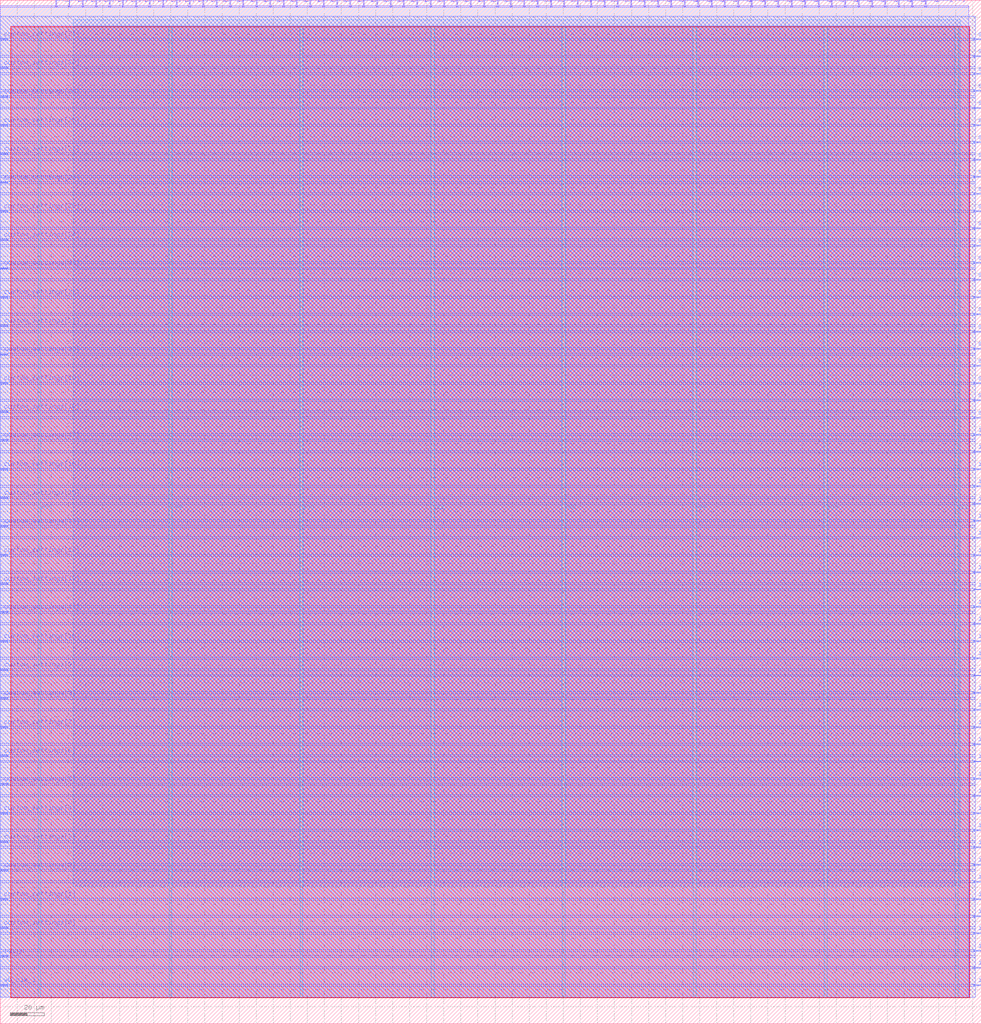
<source format=lef>
VERSION 5.7 ;
  NOWIREEXTENSIONATPIN ON ;
  DIVIDERCHAR "/" ;
  BUSBITCHARS "[]" ;
MACRO wrapped_qcpu
  CLASS BLOCK ;
  FOREIGN wrapped_qcpu ;
  ORIGIN 0.000 0.000 ;
  SIZE 575.000 BY 600.000 ;
  PIN custom_settings[0]
    DIRECTION INPUT ;
    USE SIGNAL ;
    PORT
      LAYER Metal3 ;
        RECT 0.000 56.000 4.000 56.560 ;
    END
  END custom_settings[0]
  PIN custom_settings[10]
    DIRECTION INPUT ;
    USE SIGNAL ;
    PORT
      LAYER Metal3 ;
        RECT 0.000 224.000 4.000 224.560 ;
    END
  END custom_settings[10]
  PIN custom_settings[11]
    DIRECTION INPUT ;
    USE SIGNAL ;
    PORT
      LAYER Metal3 ;
        RECT 0.000 240.800 4.000 241.360 ;
    END
  END custom_settings[11]
  PIN custom_settings[12]
    DIRECTION INPUT ;
    USE SIGNAL ;
    PORT
      LAYER Metal3 ;
        RECT 0.000 257.600 4.000 258.160 ;
    END
  END custom_settings[12]
  PIN custom_settings[13]
    DIRECTION INPUT ;
    USE SIGNAL ;
    PORT
      LAYER Metal3 ;
        RECT 0.000 274.400 4.000 274.960 ;
    END
  END custom_settings[13]
  PIN custom_settings[14]
    DIRECTION INPUT ;
    USE SIGNAL ;
    PORT
      LAYER Metal3 ;
        RECT 0.000 291.200 4.000 291.760 ;
    END
  END custom_settings[14]
  PIN custom_settings[15]
    DIRECTION INPUT ;
    USE SIGNAL ;
    PORT
      LAYER Metal3 ;
        RECT 0.000 308.000 4.000 308.560 ;
    END
  END custom_settings[15]
  PIN custom_settings[16]
    DIRECTION INPUT ;
    USE SIGNAL ;
    PORT
      LAYER Metal3 ;
        RECT 0.000 324.800 4.000 325.360 ;
    END
  END custom_settings[16]
  PIN custom_settings[17]
    DIRECTION INPUT ;
    USE SIGNAL ;
    PORT
      LAYER Metal3 ;
        RECT 0.000 341.600 4.000 342.160 ;
    END
  END custom_settings[17]
  PIN custom_settings[18]
    DIRECTION INPUT ;
    USE SIGNAL ;
    PORT
      LAYER Metal3 ;
        RECT 0.000 358.400 4.000 358.960 ;
    END
  END custom_settings[18]
  PIN custom_settings[19]
    DIRECTION INPUT ;
    USE SIGNAL ;
    PORT
      LAYER Metal3 ;
        RECT 0.000 375.200 4.000 375.760 ;
    END
  END custom_settings[19]
  PIN custom_settings[1]
    DIRECTION INPUT ;
    USE SIGNAL ;
    PORT
      LAYER Metal3 ;
        RECT 0.000 72.800 4.000 73.360 ;
    END
  END custom_settings[1]
  PIN custom_settings[20]
    DIRECTION INPUT ;
    USE SIGNAL ;
    PORT
      LAYER Metal3 ;
        RECT 0.000 392.000 4.000 392.560 ;
    END
  END custom_settings[20]
  PIN custom_settings[21]
    DIRECTION INPUT ;
    USE SIGNAL ;
    PORT
      LAYER Metal3 ;
        RECT 0.000 408.800 4.000 409.360 ;
    END
  END custom_settings[21]
  PIN custom_settings[22]
    DIRECTION INPUT ;
    USE SIGNAL ;
    PORT
      LAYER Metal3 ;
        RECT 0.000 425.600 4.000 426.160 ;
    END
  END custom_settings[22]
  PIN custom_settings[23]
    DIRECTION INPUT ;
    USE SIGNAL ;
    PORT
      LAYER Metal3 ;
        RECT 0.000 442.400 4.000 442.960 ;
    END
  END custom_settings[23]
  PIN custom_settings[24]
    DIRECTION INPUT ;
    USE SIGNAL ;
    PORT
      LAYER Metal3 ;
        RECT 0.000 459.200 4.000 459.760 ;
    END
  END custom_settings[24]
  PIN custom_settings[25]
    DIRECTION INPUT ;
    USE SIGNAL ;
    PORT
      LAYER Metal3 ;
        RECT 0.000 476.000 4.000 476.560 ;
    END
  END custom_settings[25]
  PIN custom_settings[26]
    DIRECTION INPUT ;
    USE SIGNAL ;
    PORT
      LAYER Metal3 ;
        RECT 0.000 492.800 4.000 493.360 ;
    END
  END custom_settings[26]
  PIN custom_settings[27]
    DIRECTION INPUT ;
    USE SIGNAL ;
    PORT
      LAYER Metal3 ;
        RECT 0.000 509.600 4.000 510.160 ;
    END
  END custom_settings[27]
  PIN custom_settings[28]
    DIRECTION INPUT ;
    USE SIGNAL ;
    PORT
      LAYER Metal3 ;
        RECT 0.000 526.400 4.000 526.960 ;
    END
  END custom_settings[28]
  PIN custom_settings[29]
    DIRECTION INPUT ;
    USE SIGNAL ;
    PORT
      LAYER Metal3 ;
        RECT 0.000 543.200 4.000 543.760 ;
    END
  END custom_settings[29]
  PIN custom_settings[2]
    DIRECTION INPUT ;
    USE SIGNAL ;
    PORT
      LAYER Metal3 ;
        RECT 0.000 89.600 4.000 90.160 ;
    END
  END custom_settings[2]
  PIN custom_settings[30]
    DIRECTION INPUT ;
    USE SIGNAL ;
    PORT
      LAYER Metal3 ;
        RECT 0.000 560.000 4.000 560.560 ;
    END
  END custom_settings[30]
  PIN custom_settings[31]
    DIRECTION INPUT ;
    USE SIGNAL ;
    PORT
      LAYER Metal3 ;
        RECT 0.000 576.800 4.000 577.360 ;
    END
  END custom_settings[31]
  PIN custom_settings[3]
    DIRECTION INPUT ;
    USE SIGNAL ;
    PORT
      LAYER Metal3 ;
        RECT 0.000 106.400 4.000 106.960 ;
    END
  END custom_settings[3]
  PIN custom_settings[4]
    DIRECTION INPUT ;
    USE SIGNAL ;
    PORT
      LAYER Metal3 ;
        RECT 0.000 123.200 4.000 123.760 ;
    END
  END custom_settings[4]
  PIN custom_settings[5]
    DIRECTION INPUT ;
    USE SIGNAL ;
    PORT
      LAYER Metal3 ;
        RECT 0.000 140.000 4.000 140.560 ;
    END
  END custom_settings[5]
  PIN custom_settings[6]
    DIRECTION INPUT ;
    USE SIGNAL ;
    PORT
      LAYER Metal3 ;
        RECT 0.000 156.800 4.000 157.360 ;
    END
  END custom_settings[6]
  PIN custom_settings[7]
    DIRECTION INPUT ;
    USE SIGNAL ;
    PORT
      LAYER Metal3 ;
        RECT 0.000 173.600 4.000 174.160 ;
    END
  END custom_settings[7]
  PIN custom_settings[8]
    DIRECTION INPUT ;
    USE SIGNAL ;
    PORT
      LAYER Metal3 ;
        RECT 0.000 190.400 4.000 190.960 ;
    END
  END custom_settings[8]
  PIN custom_settings[9]
    DIRECTION INPUT ;
    USE SIGNAL ;
    PORT
      LAYER Metal3 ;
        RECT 0.000 207.200 4.000 207.760 ;
    END
  END custom_settings[9]
  PIN io_in[0]
    DIRECTION INPUT ;
    USE SIGNAL ;
    ANTENNAGATEAREA 0.666400 ;
    ANTENNADIFFAREA 0.438500 ;
    PORT
      LAYER Metal2 ;
        RECT 32.480 596.000 33.040 600.000 ;
    END
  END io_in[0]
  PIN io_in[10]
    DIRECTION INPUT ;
    USE SIGNAL ;
    ANTENNAGATEAREA 0.666400 ;
    ANTENNADIFFAREA 0.438500 ;
    PORT
      LAYER Metal2 ;
        RECT 110.880 596.000 111.440 600.000 ;
    END
  END io_in[10]
  PIN io_in[11]
    DIRECTION INPUT ;
    USE SIGNAL ;
    ANTENNAGATEAREA 0.666400 ;
    ANTENNADIFFAREA 0.438500 ;
    PORT
      LAYER Metal2 ;
        RECT 118.720 596.000 119.280 600.000 ;
    END
  END io_in[11]
  PIN io_in[12]
    DIRECTION INPUT ;
    USE SIGNAL ;
    ANTENNAGATEAREA 0.666400 ;
    ANTENNADIFFAREA 0.438500 ;
    PORT
      LAYER Metal2 ;
        RECT 126.560 596.000 127.120 600.000 ;
    END
  END io_in[12]
  PIN io_in[13]
    DIRECTION INPUT ;
    USE SIGNAL ;
    ANTENNAGATEAREA 0.666400 ;
    ANTENNADIFFAREA 0.438500 ;
    PORT
      LAYER Metal2 ;
        RECT 134.400 596.000 134.960 600.000 ;
    END
  END io_in[13]
  PIN io_in[14]
    DIRECTION INPUT ;
    USE SIGNAL ;
    ANTENNAGATEAREA 0.666400 ;
    ANTENNADIFFAREA 0.438500 ;
    PORT
      LAYER Metal2 ;
        RECT 142.240 596.000 142.800 600.000 ;
    END
  END io_in[14]
  PIN io_in[15]
    DIRECTION INPUT ;
    USE SIGNAL ;
    ANTENNAGATEAREA 0.666400 ;
    ANTENNADIFFAREA 0.438500 ;
    PORT
      LAYER Metal2 ;
        RECT 150.080 596.000 150.640 600.000 ;
    END
  END io_in[15]
  PIN io_in[16]
    DIRECTION INPUT ;
    USE SIGNAL ;
    ANTENNAGATEAREA 0.666400 ;
    ANTENNADIFFAREA 0.438500 ;
    PORT
      LAYER Metal2 ;
        RECT 157.920 596.000 158.480 600.000 ;
    END
  END io_in[16]
  PIN io_in[17]
    DIRECTION INPUT ;
    USE SIGNAL ;
    ANTENNAGATEAREA 0.666400 ;
    ANTENNADIFFAREA 0.438500 ;
    PORT
      LAYER Metal2 ;
        RECT 165.760 596.000 166.320 600.000 ;
    END
  END io_in[17]
  PIN io_in[18]
    DIRECTION INPUT ;
    USE SIGNAL ;
    ANTENNAGATEAREA 0.666400 ;
    ANTENNADIFFAREA 0.438500 ;
    PORT
      LAYER Metal2 ;
        RECT 173.600 596.000 174.160 600.000 ;
    END
  END io_in[18]
  PIN io_in[19]
    DIRECTION INPUT ;
    USE SIGNAL ;
    ANTENNAGATEAREA 0.666400 ;
    ANTENNADIFFAREA 0.438500 ;
    PORT
      LAYER Metal2 ;
        RECT 181.440 596.000 182.000 600.000 ;
    END
  END io_in[19]
  PIN io_in[1]
    DIRECTION INPUT ;
    USE SIGNAL ;
    ANTENNAGATEAREA 0.666400 ;
    ANTENNADIFFAREA 0.438500 ;
    PORT
      LAYER Metal2 ;
        RECT 40.320 596.000 40.880 600.000 ;
    END
  END io_in[1]
  PIN io_in[20]
    DIRECTION INPUT ;
    USE SIGNAL ;
    ANTENNAGATEAREA 0.666400 ;
    ANTENNADIFFAREA 0.438500 ;
    PORT
      LAYER Metal2 ;
        RECT 189.280 596.000 189.840 600.000 ;
    END
  END io_in[20]
  PIN io_in[21]
    DIRECTION INPUT ;
    USE SIGNAL ;
    ANTENNAGATEAREA 0.666400 ;
    ANTENNADIFFAREA 0.438500 ;
    PORT
      LAYER Metal2 ;
        RECT 197.120 596.000 197.680 600.000 ;
    END
  END io_in[21]
  PIN io_in[22]
    DIRECTION INPUT ;
    USE SIGNAL ;
    PORT
      LAYER Metal2 ;
        RECT 204.960 596.000 205.520 600.000 ;
    END
  END io_in[22]
  PIN io_in[23]
    DIRECTION INPUT ;
    USE SIGNAL ;
    ANTENNAGATEAREA 0.588000 ;
    ANTENNADIFFAREA 0.438500 ;
    PORT
      LAYER Metal2 ;
        RECT 212.800 596.000 213.360 600.000 ;
    END
  END io_in[23]
  PIN io_in[24]
    DIRECTION INPUT ;
    USE SIGNAL ;
    PORT
      LAYER Metal2 ;
        RECT 220.640 596.000 221.200 600.000 ;
    END
  END io_in[24]
  PIN io_in[25]
    DIRECTION INPUT ;
    USE SIGNAL ;
    PORT
      LAYER Metal2 ;
        RECT 228.480 596.000 229.040 600.000 ;
    END
  END io_in[25]
  PIN io_in[26]
    DIRECTION INPUT ;
    USE SIGNAL ;
    ANTENNAGATEAREA 0.666400 ;
    ANTENNADIFFAREA 0.438500 ;
    PORT
      LAYER Metal2 ;
        RECT 236.320 596.000 236.880 600.000 ;
    END
  END io_in[26]
  PIN io_in[27]
    DIRECTION INPUT ;
    USE SIGNAL ;
    PORT
      LAYER Metal2 ;
        RECT 244.160 596.000 244.720 600.000 ;
    END
  END io_in[27]
  PIN io_in[28]
    DIRECTION INPUT ;
    USE SIGNAL ;
    ANTENNAGATEAREA 0.666400 ;
    ANTENNADIFFAREA 0.438500 ;
    PORT
      LAYER Metal2 ;
        RECT 252.000 596.000 252.560 600.000 ;
    END
  END io_in[28]
  PIN io_in[29]
    DIRECTION INPUT ;
    USE SIGNAL ;
    ANTENNAGATEAREA 0.666400 ;
    ANTENNADIFFAREA 0.438500 ;
    PORT
      LAYER Metal2 ;
        RECT 259.840 596.000 260.400 600.000 ;
    END
  END io_in[29]
  PIN io_in[2]
    DIRECTION INPUT ;
    USE SIGNAL ;
    ANTENNAGATEAREA 0.666400 ;
    ANTENNADIFFAREA 0.438500 ;
    PORT
      LAYER Metal2 ;
        RECT 48.160 596.000 48.720 600.000 ;
    END
  END io_in[2]
  PIN io_in[30]
    DIRECTION INPUT ;
    USE SIGNAL ;
    PORT
      LAYER Metal2 ;
        RECT 267.680 596.000 268.240 600.000 ;
    END
  END io_in[30]
  PIN io_in[31]
    DIRECTION INPUT ;
    USE SIGNAL ;
    PORT
      LAYER Metal2 ;
        RECT 275.520 596.000 276.080 600.000 ;
    END
  END io_in[31]
  PIN io_in[32]
    DIRECTION INPUT ;
    USE SIGNAL ;
    PORT
      LAYER Metal2 ;
        RECT 283.360 596.000 283.920 600.000 ;
    END
  END io_in[32]
  PIN io_in[3]
    DIRECTION INPUT ;
    USE SIGNAL ;
    ANTENNAGATEAREA 0.588000 ;
    ANTENNADIFFAREA 0.438500 ;
    PORT
      LAYER Metal2 ;
        RECT 56.000 596.000 56.560 600.000 ;
    END
  END io_in[3]
  PIN io_in[4]
    DIRECTION INPUT ;
    USE SIGNAL ;
    PORT
      LAYER Metal2 ;
        RECT 63.840 596.000 64.400 600.000 ;
    END
  END io_in[4]
  PIN io_in[5]
    DIRECTION INPUT ;
    USE SIGNAL ;
    PORT
      LAYER Metal2 ;
        RECT 71.680 596.000 72.240 600.000 ;
    END
  END io_in[5]
  PIN io_in[6]
    DIRECTION INPUT ;
    USE SIGNAL ;
    ANTENNAGATEAREA 0.666400 ;
    ANTENNADIFFAREA 0.438500 ;
    PORT
      LAYER Metal2 ;
        RECT 79.520 596.000 80.080 600.000 ;
    END
  END io_in[6]
  PIN io_in[7]
    DIRECTION INPUT ;
    USE SIGNAL ;
    ANTENNAGATEAREA 0.666400 ;
    ANTENNADIFFAREA 0.438500 ;
    PORT
      LAYER Metal2 ;
        RECT 87.360 596.000 87.920 600.000 ;
    END
  END io_in[7]
  PIN io_in[8]
    DIRECTION INPUT ;
    USE SIGNAL ;
    ANTENNAGATEAREA 0.666400 ;
    ANTENNADIFFAREA 0.438500 ;
    PORT
      LAYER Metal2 ;
        RECT 95.200 596.000 95.760 600.000 ;
    END
  END io_in[8]
  PIN io_in[9]
    DIRECTION INPUT ;
    USE SIGNAL ;
    ANTENNAGATEAREA 0.666400 ;
    ANTENNADIFFAREA 0.438500 ;
    PORT
      LAYER Metal2 ;
        RECT 103.040 596.000 103.600 600.000 ;
    END
  END io_in[9]
  PIN io_oeb[0]
    DIRECTION OUTPUT ;
    USE SIGNAL ;
    ANTENNADIFFAREA 6.583500 ;
    PORT
      LAYER Metal3 ;
        RECT 571.000 22.400 575.000 22.960 ;
    END
  END io_oeb[0]
  PIN io_oeb[10]
    DIRECTION OUTPUT ;
    USE SIGNAL ;
    ANTENNADIFFAREA 6.583500 ;
    PORT
      LAYER Metal3 ;
        RECT 571.000 123.200 575.000 123.760 ;
    END
  END io_oeb[10]
  PIN io_oeb[11]
    DIRECTION OUTPUT ;
    USE SIGNAL ;
    ANTENNADIFFAREA 6.583500 ;
    PORT
      LAYER Metal3 ;
        RECT 571.000 133.280 575.000 133.840 ;
    END
  END io_oeb[11]
  PIN io_oeb[12]
    DIRECTION OUTPUT ;
    USE SIGNAL ;
    ANTENNADIFFAREA 6.583500 ;
    PORT
      LAYER Metal3 ;
        RECT 571.000 143.360 575.000 143.920 ;
    END
  END io_oeb[12]
  PIN io_oeb[13]
    DIRECTION OUTPUT ;
    USE SIGNAL ;
    ANTENNADIFFAREA 6.583500 ;
    PORT
      LAYER Metal3 ;
        RECT 571.000 153.440 575.000 154.000 ;
    END
  END io_oeb[13]
  PIN io_oeb[14]
    DIRECTION OUTPUT ;
    USE SIGNAL ;
    ANTENNADIFFAREA 6.583500 ;
    PORT
      LAYER Metal3 ;
        RECT 571.000 163.520 575.000 164.080 ;
    END
  END io_oeb[14]
  PIN io_oeb[15]
    DIRECTION OUTPUT ;
    USE SIGNAL ;
    ANTENNADIFFAREA 6.583500 ;
    PORT
      LAYER Metal3 ;
        RECT 571.000 173.600 575.000 174.160 ;
    END
  END io_oeb[15]
  PIN io_oeb[16]
    DIRECTION OUTPUT ;
    USE SIGNAL ;
    ANTENNADIFFAREA 6.583500 ;
    PORT
      LAYER Metal3 ;
        RECT 571.000 183.680 575.000 184.240 ;
    END
  END io_oeb[16]
  PIN io_oeb[17]
    DIRECTION OUTPUT ;
    USE SIGNAL ;
    ANTENNADIFFAREA 6.583500 ;
    PORT
      LAYER Metal3 ;
        RECT 571.000 193.760 575.000 194.320 ;
    END
  END io_oeb[17]
  PIN io_oeb[18]
    DIRECTION OUTPUT ;
    USE SIGNAL ;
    ANTENNADIFFAREA 6.583500 ;
    PORT
      LAYER Metal3 ;
        RECT 571.000 203.840 575.000 204.400 ;
    END
  END io_oeb[18]
  PIN io_oeb[19]
    DIRECTION OUTPUT ;
    USE SIGNAL ;
    ANTENNADIFFAREA 6.583500 ;
    PORT
      LAYER Metal3 ;
        RECT 571.000 213.920 575.000 214.480 ;
    END
  END io_oeb[19]
  PIN io_oeb[1]
    DIRECTION OUTPUT ;
    USE SIGNAL ;
    ANTENNADIFFAREA 6.583500 ;
    PORT
      LAYER Metal3 ;
        RECT 571.000 32.480 575.000 33.040 ;
    END
  END io_oeb[1]
  PIN io_oeb[20]
    DIRECTION OUTPUT ;
    USE SIGNAL ;
    ANTENNADIFFAREA 6.583500 ;
    PORT
      LAYER Metal3 ;
        RECT 571.000 224.000 575.000 224.560 ;
    END
  END io_oeb[20]
  PIN io_oeb[21]
    DIRECTION OUTPUT ;
    USE SIGNAL ;
    ANTENNADIFFAREA 6.583500 ;
    PORT
      LAYER Metal3 ;
        RECT 571.000 234.080 575.000 234.640 ;
    END
  END io_oeb[21]
  PIN io_oeb[22]
    DIRECTION OUTPUT ;
    USE SIGNAL ;
    ANTENNADIFFAREA 0.440000 ;
    PORT
      LAYER Metal3 ;
        RECT 571.000 244.160 575.000 244.720 ;
    END
  END io_oeb[22]
  PIN io_oeb[23]
    DIRECTION OUTPUT ;
    USE SIGNAL ;
    ANTENNADIFFAREA 0.607200 ;
    PORT
      LAYER Metal3 ;
        RECT 571.000 254.240 575.000 254.800 ;
    END
  END io_oeb[23]
  PIN io_oeb[24]
    DIRECTION OUTPUT ;
    USE SIGNAL ;
    ANTENNADIFFAREA 0.440000 ;
    PORT
      LAYER Metal3 ;
        RECT 571.000 264.320 575.000 264.880 ;
    END
  END io_oeb[24]
  PIN io_oeb[25]
    DIRECTION OUTPUT ;
    USE SIGNAL ;
    ANTENNADIFFAREA 0.440000 ;
    PORT
      LAYER Metal3 ;
        RECT 571.000 274.400 575.000 274.960 ;
    END
  END io_oeb[25]
  PIN io_oeb[26]
    DIRECTION OUTPUT ;
    USE SIGNAL ;
    ANTENNADIFFAREA 0.607200 ;
    PORT
      LAYER Metal3 ;
        RECT 571.000 284.480 575.000 285.040 ;
    END
  END io_oeb[26]
  PIN io_oeb[27]
    DIRECTION OUTPUT ;
    USE SIGNAL ;
    ANTENNADIFFAREA 0.440000 ;
    PORT
      LAYER Metal3 ;
        RECT 571.000 294.560 575.000 295.120 ;
    END
  END io_oeb[27]
  PIN io_oeb[28]
    DIRECTION OUTPUT ;
    USE SIGNAL ;
    ANTENNADIFFAREA 0.607200 ;
    PORT
      LAYER Metal3 ;
        RECT 571.000 304.640 575.000 305.200 ;
    END
  END io_oeb[28]
  PIN io_oeb[29]
    DIRECTION OUTPUT ;
    USE SIGNAL ;
    ANTENNADIFFAREA 0.607200 ;
    PORT
      LAYER Metal3 ;
        RECT 571.000 314.720 575.000 315.280 ;
    END
  END io_oeb[29]
  PIN io_oeb[2]
    DIRECTION OUTPUT ;
    USE SIGNAL ;
    ANTENNADIFFAREA 6.583500 ;
    PORT
      LAYER Metal3 ;
        RECT 571.000 42.560 575.000 43.120 ;
    END
  END io_oeb[2]
  PIN io_oeb[30]
    DIRECTION OUTPUT ;
    USE SIGNAL ;
    ANTENNADIFFAREA 0.440000 ;
    PORT
      LAYER Metal3 ;
        RECT 571.000 324.800 575.000 325.360 ;
    END
  END io_oeb[30]
  PIN io_oeb[31]
    DIRECTION OUTPUT ;
    USE SIGNAL ;
    ANTENNADIFFAREA 0.440000 ;
    PORT
      LAYER Metal3 ;
        RECT 571.000 334.880 575.000 335.440 ;
    END
  END io_oeb[31]
  PIN io_oeb[32]
    DIRECTION OUTPUT ;
    USE SIGNAL ;
    ANTENNADIFFAREA 0.440000 ;
    PORT
      LAYER Metal3 ;
        RECT 571.000 344.960 575.000 345.520 ;
    END
  END io_oeb[32]
  PIN io_oeb[3]
    DIRECTION OUTPUT ;
    USE SIGNAL ;
    ANTENNADIFFAREA 6.583500 ;
    PORT
      LAYER Metal3 ;
        RECT 571.000 52.640 575.000 53.200 ;
    END
  END io_oeb[3]
  PIN io_oeb[4]
    DIRECTION OUTPUT ;
    USE SIGNAL ;
    ANTENNADIFFAREA 0.440000 ;
    PORT
      LAYER Metal3 ;
        RECT 571.000 62.720 575.000 63.280 ;
    END
  END io_oeb[4]
  PIN io_oeb[5]
    DIRECTION OUTPUT ;
    USE SIGNAL ;
    ANTENNADIFFAREA 0.440000 ;
    PORT
      LAYER Metal3 ;
        RECT 571.000 72.800 575.000 73.360 ;
    END
  END io_oeb[5]
  PIN io_oeb[6]
    DIRECTION OUTPUT ;
    USE SIGNAL ;
    ANTENNADIFFAREA 6.583500 ;
    PORT
      LAYER Metal3 ;
        RECT 571.000 82.880 575.000 83.440 ;
    END
  END io_oeb[6]
  PIN io_oeb[7]
    DIRECTION OUTPUT ;
    USE SIGNAL ;
    ANTENNADIFFAREA 6.583500 ;
    PORT
      LAYER Metal3 ;
        RECT 571.000 92.960 575.000 93.520 ;
    END
  END io_oeb[7]
  PIN io_oeb[8]
    DIRECTION OUTPUT ;
    USE SIGNAL ;
    ANTENNADIFFAREA 6.583500 ;
    PORT
      LAYER Metal3 ;
        RECT 571.000 103.040 575.000 103.600 ;
    END
  END io_oeb[8]
  PIN io_oeb[9]
    DIRECTION OUTPUT ;
    USE SIGNAL ;
    ANTENNADIFFAREA 6.583500 ;
    PORT
      LAYER Metal3 ;
        RECT 571.000 113.120 575.000 113.680 ;
    END
  END io_oeb[9]
  PIN io_out[0]
    DIRECTION OUTPUT ;
    USE SIGNAL ;
    ANTENNADIFFAREA 6.583500 ;
    PORT
      LAYER Metal2 ;
        RECT 291.200 596.000 291.760 600.000 ;
    END
  END io_out[0]
  PIN io_out[10]
    DIRECTION OUTPUT ;
    USE SIGNAL ;
    ANTENNADIFFAREA 6.583500 ;
    PORT
      LAYER Metal2 ;
        RECT 369.600 596.000 370.160 600.000 ;
    END
  END io_out[10]
  PIN io_out[11]
    DIRECTION OUTPUT ;
    USE SIGNAL ;
    ANTENNADIFFAREA 6.583500 ;
    PORT
      LAYER Metal2 ;
        RECT 377.440 596.000 378.000 600.000 ;
    END
  END io_out[11]
  PIN io_out[12]
    DIRECTION OUTPUT ;
    USE SIGNAL ;
    ANTENNADIFFAREA 6.583500 ;
    PORT
      LAYER Metal2 ;
        RECT 385.280 596.000 385.840 600.000 ;
    END
  END io_out[12]
  PIN io_out[13]
    DIRECTION OUTPUT ;
    USE SIGNAL ;
    ANTENNADIFFAREA 6.583500 ;
    PORT
      LAYER Metal2 ;
        RECT 393.120 596.000 393.680 600.000 ;
    END
  END io_out[13]
  PIN io_out[14]
    DIRECTION OUTPUT ;
    USE SIGNAL ;
    ANTENNADIFFAREA 6.583500 ;
    PORT
      LAYER Metal2 ;
        RECT 400.960 596.000 401.520 600.000 ;
    END
  END io_out[14]
  PIN io_out[15]
    DIRECTION OUTPUT ;
    USE SIGNAL ;
    ANTENNADIFFAREA 6.583500 ;
    PORT
      LAYER Metal2 ;
        RECT 408.800 596.000 409.360 600.000 ;
    END
  END io_out[15]
  PIN io_out[16]
    DIRECTION OUTPUT ;
    USE SIGNAL ;
    ANTENNADIFFAREA 6.583500 ;
    PORT
      LAYER Metal2 ;
        RECT 416.640 596.000 417.200 600.000 ;
    END
  END io_out[16]
  PIN io_out[17]
    DIRECTION OUTPUT ;
    USE SIGNAL ;
    ANTENNADIFFAREA 6.583500 ;
    PORT
      LAYER Metal2 ;
        RECT 424.480 596.000 425.040 600.000 ;
    END
  END io_out[17]
  PIN io_out[18]
    DIRECTION OUTPUT ;
    USE SIGNAL ;
    ANTENNADIFFAREA 6.583500 ;
    PORT
      LAYER Metal2 ;
        RECT 432.320 596.000 432.880 600.000 ;
    END
  END io_out[18]
  PIN io_out[19]
    DIRECTION OUTPUT ;
    USE SIGNAL ;
    ANTENNADIFFAREA 6.583500 ;
    PORT
      LAYER Metal2 ;
        RECT 440.160 596.000 440.720 600.000 ;
    END
  END io_out[19]
  PIN io_out[1]
    DIRECTION OUTPUT ;
    USE SIGNAL ;
    ANTENNADIFFAREA 6.583500 ;
    PORT
      LAYER Metal2 ;
        RECT 299.040 596.000 299.600 600.000 ;
    END
  END io_out[1]
  PIN io_out[20]
    DIRECTION OUTPUT ;
    USE SIGNAL ;
    ANTENNADIFFAREA 6.583500 ;
    PORT
      LAYER Metal2 ;
        RECT 448.000 596.000 448.560 600.000 ;
    END
  END io_out[20]
  PIN io_out[21]
    DIRECTION OUTPUT ;
    USE SIGNAL ;
    ANTENNADIFFAREA 6.583500 ;
    PORT
      LAYER Metal2 ;
        RECT 455.840 596.000 456.400 600.000 ;
    END
  END io_out[21]
  PIN io_out[22]
    DIRECTION OUTPUT ;
    USE SIGNAL ;
    ANTENNADIFFAREA 6.583500 ;
    PORT
      LAYER Metal2 ;
        RECT 463.680 596.000 464.240 600.000 ;
    END
  END io_out[22]
  PIN io_out[23]
    DIRECTION OUTPUT ;
    USE SIGNAL ;
    ANTENNADIFFAREA 0.440000 ;
    PORT
      LAYER Metal2 ;
        RECT 471.520 596.000 472.080 600.000 ;
    END
  END io_out[23]
  PIN io_out[24]
    DIRECTION OUTPUT ;
    USE SIGNAL ;
    ANTENNADIFFAREA 6.583500 ;
    PORT
      LAYER Metal2 ;
        RECT 479.360 596.000 479.920 600.000 ;
    END
  END io_out[24]
  PIN io_out[25]
    DIRECTION OUTPUT ;
    USE SIGNAL ;
    ANTENNADIFFAREA 6.583500 ;
    PORT
      LAYER Metal2 ;
        RECT 487.200 596.000 487.760 600.000 ;
    END
  END io_out[25]
  PIN io_out[26]
    DIRECTION OUTPUT ;
    USE SIGNAL ;
    ANTENNADIFFAREA 0.440000 ;
    PORT
      LAYER Metal2 ;
        RECT 495.040 596.000 495.600 600.000 ;
    END
  END io_out[26]
  PIN io_out[27]
    DIRECTION OUTPUT ;
    USE SIGNAL ;
    ANTENNADIFFAREA 6.583500 ;
    PORT
      LAYER Metal2 ;
        RECT 502.880 596.000 503.440 600.000 ;
    END
  END io_out[27]
  PIN io_out[28]
    DIRECTION OUTPUT ;
    USE SIGNAL ;
    ANTENNADIFFAREA 0.440000 ;
    PORT
      LAYER Metal2 ;
        RECT 510.720 596.000 511.280 600.000 ;
    END
  END io_out[28]
  PIN io_out[29]
    DIRECTION OUTPUT ;
    USE SIGNAL ;
    ANTENNADIFFAREA 0.440000 ;
    PORT
      LAYER Metal2 ;
        RECT 518.560 596.000 519.120 600.000 ;
    END
  END io_out[29]
  PIN io_out[2]
    DIRECTION OUTPUT ;
    USE SIGNAL ;
    ANTENNADIFFAREA 6.583500 ;
    PORT
      LAYER Metal2 ;
        RECT 306.880 596.000 307.440 600.000 ;
    END
  END io_out[2]
  PIN io_out[30]
    DIRECTION OUTPUT ;
    USE SIGNAL ;
    ANTENNADIFFAREA 6.583500 ;
    PORT
      LAYER Metal2 ;
        RECT 526.400 596.000 526.960 600.000 ;
    END
  END io_out[30]
  PIN io_out[31]
    DIRECTION OUTPUT ;
    USE SIGNAL ;
    ANTENNADIFFAREA 6.583500 ;
    PORT
      LAYER Metal2 ;
        RECT 534.240 596.000 534.800 600.000 ;
    END
  END io_out[31]
  PIN io_out[32]
    DIRECTION OUTPUT ;
    USE SIGNAL ;
    ANTENNADIFFAREA 6.583500 ;
    PORT
      LAYER Metal2 ;
        RECT 542.080 596.000 542.640 600.000 ;
    END
  END io_out[32]
  PIN io_out[3]
    DIRECTION OUTPUT ;
    USE SIGNAL ;
    ANTENNADIFFAREA 6.583500 ;
    PORT
      LAYER Metal2 ;
        RECT 314.720 596.000 315.280 600.000 ;
    END
  END io_out[3]
  PIN io_out[4]
    DIRECTION OUTPUT ;
    USE SIGNAL ;
    ANTENNADIFFAREA 6.583500 ;
    PORT
      LAYER Metal2 ;
        RECT 322.560 596.000 323.120 600.000 ;
    END
  END io_out[4]
  PIN io_out[5]
    DIRECTION OUTPUT ;
    USE SIGNAL ;
    ANTENNADIFFAREA 6.583500 ;
    PORT
      LAYER Metal2 ;
        RECT 330.400 596.000 330.960 600.000 ;
    END
  END io_out[5]
  PIN io_out[6]
    DIRECTION OUTPUT ;
    USE SIGNAL ;
    ANTENNADIFFAREA 6.583500 ;
    PORT
      LAYER Metal2 ;
        RECT 338.240 596.000 338.800 600.000 ;
    END
  END io_out[6]
  PIN io_out[7]
    DIRECTION OUTPUT ;
    USE SIGNAL ;
    ANTENNADIFFAREA 6.583500 ;
    PORT
      LAYER Metal2 ;
        RECT 346.080 596.000 346.640 600.000 ;
    END
  END io_out[7]
  PIN io_out[8]
    DIRECTION OUTPUT ;
    USE SIGNAL ;
    ANTENNADIFFAREA 6.583500 ;
    PORT
      LAYER Metal2 ;
        RECT 353.920 596.000 354.480 600.000 ;
    END
  END io_out[8]
  PIN io_out[9]
    DIRECTION OUTPUT ;
    USE SIGNAL ;
    ANTENNADIFFAREA 6.583500 ;
    PORT
      LAYER Metal2 ;
        RECT 361.760 596.000 362.320 600.000 ;
    END
  END io_out[9]
  PIN rst_n
    DIRECTION INPUT ;
    USE SIGNAL ;
    ANTENNAGATEAREA 0.666400 ;
    ANTENNADIFFAREA 0.438500 ;
    PORT
      LAYER Metal3 ;
        RECT 0.000 39.200 4.000 39.760 ;
    END
  END rst_n
  PIN sram_addr[0]
    DIRECTION OUTPUT ;
    USE SIGNAL ;
    ANTENNADIFFAREA 6.583500 ;
    PORT
      LAYER Metal3 ;
        RECT 571.000 355.040 575.000 355.600 ;
    END
  END sram_addr[0]
  PIN sram_addr[1]
    DIRECTION OUTPUT ;
    USE SIGNAL ;
    ANTENNADIFFAREA 6.583500 ;
    PORT
      LAYER Metal3 ;
        RECT 571.000 365.120 575.000 365.680 ;
    END
  END sram_addr[1]
  PIN sram_addr[2]
    DIRECTION OUTPUT ;
    USE SIGNAL ;
    ANTENNADIFFAREA 6.583500 ;
    PORT
      LAYER Metal3 ;
        RECT 571.000 375.200 575.000 375.760 ;
    END
  END sram_addr[2]
  PIN sram_addr[3]
    DIRECTION OUTPUT ;
    USE SIGNAL ;
    ANTENNADIFFAREA 6.583500 ;
    PORT
      LAYER Metal3 ;
        RECT 571.000 385.280 575.000 385.840 ;
    END
  END sram_addr[3]
  PIN sram_addr[4]
    DIRECTION OUTPUT ;
    USE SIGNAL ;
    ANTENNADIFFAREA 6.583500 ;
    PORT
      LAYER Metal3 ;
        RECT 571.000 395.360 575.000 395.920 ;
    END
  END sram_addr[4]
  PIN sram_addr[5]
    DIRECTION OUTPUT ;
    USE SIGNAL ;
    ANTENNADIFFAREA 6.583500 ;
    PORT
      LAYER Metal3 ;
        RECT 571.000 405.440 575.000 406.000 ;
    END
  END sram_addr[5]
  PIN sram_gwe
    DIRECTION OUTPUT ;
    USE SIGNAL ;
    ANTENNADIFFAREA 6.583500 ;
    PORT
      LAYER Metal3 ;
        RECT 571.000 576.800 575.000 577.360 ;
    END
  END sram_gwe
  PIN sram_in[0]
    DIRECTION OUTPUT ;
    USE SIGNAL ;
    ANTENNADIFFAREA 6.583500 ;
    PORT
      LAYER Metal3 ;
        RECT 571.000 415.520 575.000 416.080 ;
    END
  END sram_in[0]
  PIN sram_in[1]
    DIRECTION OUTPUT ;
    USE SIGNAL ;
    ANTENNADIFFAREA 6.583500 ;
    PORT
      LAYER Metal3 ;
        RECT 571.000 425.600 575.000 426.160 ;
    END
  END sram_in[1]
  PIN sram_in[2]
    DIRECTION OUTPUT ;
    USE SIGNAL ;
    ANTENNADIFFAREA 6.583500 ;
    PORT
      LAYER Metal3 ;
        RECT 571.000 435.680 575.000 436.240 ;
    END
  END sram_in[2]
  PIN sram_in[3]
    DIRECTION OUTPUT ;
    USE SIGNAL ;
    ANTENNADIFFAREA 6.583500 ;
    PORT
      LAYER Metal3 ;
        RECT 571.000 445.760 575.000 446.320 ;
    END
  END sram_in[3]
  PIN sram_in[4]
    DIRECTION OUTPUT ;
    USE SIGNAL ;
    ANTENNADIFFAREA 6.583500 ;
    PORT
      LAYER Metal3 ;
        RECT 571.000 455.840 575.000 456.400 ;
    END
  END sram_in[4]
  PIN sram_in[5]
    DIRECTION OUTPUT ;
    USE SIGNAL ;
    ANTENNADIFFAREA 6.583500 ;
    PORT
      LAYER Metal3 ;
        RECT 571.000 465.920 575.000 466.480 ;
    END
  END sram_in[5]
  PIN sram_in[6]
    DIRECTION OUTPUT ;
    USE SIGNAL ;
    ANTENNADIFFAREA 6.583500 ;
    PORT
      LAYER Metal3 ;
        RECT 571.000 476.000 575.000 476.560 ;
    END
  END sram_in[6]
  PIN sram_in[7]
    DIRECTION OUTPUT ;
    USE SIGNAL ;
    ANTENNADIFFAREA 6.583500 ;
    PORT
      LAYER Metal3 ;
        RECT 571.000 486.080 575.000 486.640 ;
    END
  END sram_in[7]
  PIN sram_out[0]
    DIRECTION INPUT ;
    USE SIGNAL ;
    ANTENNAGATEAREA 0.666400 ;
    ANTENNADIFFAREA 0.438500 ;
    PORT
      LAYER Metal3 ;
        RECT 571.000 496.160 575.000 496.720 ;
    END
  END sram_out[0]
  PIN sram_out[1]
    DIRECTION INPUT ;
    USE SIGNAL ;
    ANTENNAGATEAREA 0.666400 ;
    ANTENNADIFFAREA 0.438500 ;
    PORT
      LAYER Metal3 ;
        RECT 571.000 506.240 575.000 506.800 ;
    END
  END sram_out[1]
  PIN sram_out[2]
    DIRECTION INPUT ;
    USE SIGNAL ;
    ANTENNAGATEAREA 0.666400 ;
    ANTENNADIFFAREA 0.438500 ;
    PORT
      LAYER Metal3 ;
        RECT 571.000 516.320 575.000 516.880 ;
    END
  END sram_out[2]
  PIN sram_out[3]
    DIRECTION INPUT ;
    USE SIGNAL ;
    ANTENNAGATEAREA 0.666400 ;
    ANTENNADIFFAREA 0.438500 ;
    PORT
      LAYER Metal3 ;
        RECT 571.000 526.400 575.000 526.960 ;
    END
  END sram_out[3]
  PIN sram_out[4]
    DIRECTION INPUT ;
    USE SIGNAL ;
    ANTENNAGATEAREA 0.666400 ;
    ANTENNADIFFAREA 0.438500 ;
    PORT
      LAYER Metal3 ;
        RECT 571.000 536.480 575.000 537.040 ;
    END
  END sram_out[4]
  PIN sram_out[5]
    DIRECTION INPUT ;
    USE SIGNAL ;
    ANTENNAGATEAREA 0.666400 ;
    ANTENNADIFFAREA 0.438500 ;
    PORT
      LAYER Metal3 ;
        RECT 571.000 546.560 575.000 547.120 ;
    END
  END sram_out[5]
  PIN sram_out[6]
    DIRECTION INPUT ;
    USE SIGNAL ;
    ANTENNAGATEAREA 0.666400 ;
    ANTENNADIFFAREA 0.438500 ;
    PORT
      LAYER Metal3 ;
        RECT 571.000 556.640 575.000 557.200 ;
    END
  END sram_out[6]
  PIN sram_out[7]
    DIRECTION INPUT ;
    USE SIGNAL ;
    ANTENNAGATEAREA 0.666400 ;
    ANTENNADIFFAREA 0.438500 ;
    PORT
      LAYER Metal3 ;
        RECT 571.000 566.720 575.000 567.280 ;
    END
  END sram_out[7]
  PIN vdd
    DIRECTION INOUT ;
    USE POWER ;
    PORT
      LAYER Metal4 ;
        RECT 22.240 15.380 23.840 584.380 ;
    END
    PORT
      LAYER Metal4 ;
        RECT 175.840 15.380 177.440 584.380 ;
    END
    PORT
      LAYER Metal4 ;
        RECT 329.440 15.380 331.040 584.380 ;
    END
    PORT
      LAYER Metal4 ;
        RECT 483.040 15.380 484.640 584.380 ;
    END
  END vdd
  PIN vss
    DIRECTION INOUT ;
    USE GROUND ;
    PORT
      LAYER Metal4 ;
        RECT 99.040 15.380 100.640 584.380 ;
    END
    PORT
      LAYER Metal4 ;
        RECT 252.640 15.380 254.240 584.380 ;
    END
    PORT
      LAYER Metal4 ;
        RECT 406.240 15.380 407.840 584.380 ;
    END
    PORT
      LAYER Metal4 ;
        RECT 559.840 15.380 561.440 584.380 ;
    END
  END vss
  PIN wb_clk_i
    DIRECTION INPUT ;
    USE SIGNAL ;
    ANTENNAGATEAREA 2.352000 ;
    ANTENNADIFFAREA 0.438500 ;
    PORT
      LAYER Metal3 ;
        RECT 0.000 22.400 4.000 22.960 ;
    END
  END wb_clk_i
  OBS
      LAYER Nwell ;
        RECT 6.290 15.250 568.270 584.510 ;
      LAYER Metal1 ;
        RECT 6.720 15.380 567.840 585.050 ;
      LAYER Metal2 ;
        RECT 0.140 595.700 32.180 596.820 ;
        RECT 33.340 595.700 40.020 596.820 ;
        RECT 41.180 595.700 47.860 596.820 ;
        RECT 49.020 595.700 55.700 596.820 ;
        RECT 56.860 595.700 63.540 596.820 ;
        RECT 64.700 595.700 71.380 596.820 ;
        RECT 72.540 595.700 79.220 596.820 ;
        RECT 80.380 595.700 87.060 596.820 ;
        RECT 88.220 595.700 94.900 596.820 ;
        RECT 96.060 595.700 102.740 596.820 ;
        RECT 103.900 595.700 110.580 596.820 ;
        RECT 111.740 595.700 118.420 596.820 ;
        RECT 119.580 595.700 126.260 596.820 ;
        RECT 127.420 595.700 134.100 596.820 ;
        RECT 135.260 595.700 141.940 596.820 ;
        RECT 143.100 595.700 149.780 596.820 ;
        RECT 150.940 595.700 157.620 596.820 ;
        RECT 158.780 595.700 165.460 596.820 ;
        RECT 166.620 595.700 173.300 596.820 ;
        RECT 174.460 595.700 181.140 596.820 ;
        RECT 182.300 595.700 188.980 596.820 ;
        RECT 190.140 595.700 196.820 596.820 ;
        RECT 197.980 595.700 204.660 596.820 ;
        RECT 205.820 595.700 212.500 596.820 ;
        RECT 213.660 595.700 220.340 596.820 ;
        RECT 221.500 595.700 228.180 596.820 ;
        RECT 229.340 595.700 236.020 596.820 ;
        RECT 237.180 595.700 243.860 596.820 ;
        RECT 245.020 595.700 251.700 596.820 ;
        RECT 252.860 595.700 259.540 596.820 ;
        RECT 260.700 595.700 267.380 596.820 ;
        RECT 268.540 595.700 275.220 596.820 ;
        RECT 276.380 595.700 283.060 596.820 ;
        RECT 284.220 595.700 290.900 596.820 ;
        RECT 292.060 595.700 298.740 596.820 ;
        RECT 299.900 595.700 306.580 596.820 ;
        RECT 307.740 595.700 314.420 596.820 ;
        RECT 315.580 595.700 322.260 596.820 ;
        RECT 323.420 595.700 330.100 596.820 ;
        RECT 331.260 595.700 337.940 596.820 ;
        RECT 339.100 595.700 345.780 596.820 ;
        RECT 346.940 595.700 353.620 596.820 ;
        RECT 354.780 595.700 361.460 596.820 ;
        RECT 362.620 595.700 369.300 596.820 ;
        RECT 370.460 595.700 377.140 596.820 ;
        RECT 378.300 595.700 384.980 596.820 ;
        RECT 386.140 595.700 392.820 596.820 ;
        RECT 393.980 595.700 400.660 596.820 ;
        RECT 401.820 595.700 408.500 596.820 ;
        RECT 409.660 595.700 416.340 596.820 ;
        RECT 417.500 595.700 424.180 596.820 ;
        RECT 425.340 595.700 432.020 596.820 ;
        RECT 433.180 595.700 439.860 596.820 ;
        RECT 441.020 595.700 447.700 596.820 ;
        RECT 448.860 595.700 455.540 596.820 ;
        RECT 456.700 595.700 463.380 596.820 ;
        RECT 464.540 595.700 471.220 596.820 ;
        RECT 472.380 595.700 479.060 596.820 ;
        RECT 480.220 595.700 486.900 596.820 ;
        RECT 488.060 595.700 494.740 596.820 ;
        RECT 495.900 595.700 502.580 596.820 ;
        RECT 503.740 595.700 510.420 596.820 ;
        RECT 511.580 595.700 518.260 596.820 ;
        RECT 519.420 595.700 526.100 596.820 ;
        RECT 527.260 595.700 533.940 596.820 ;
        RECT 535.100 595.700 541.780 596.820 ;
        RECT 542.940 595.700 567.700 596.820 ;
        RECT 0.140 15.490 567.700 595.700 ;
      LAYER Metal3 ;
        RECT 0.090 577.660 571.620 590.660 ;
        RECT 4.300 576.500 570.700 577.660 ;
        RECT 0.090 567.580 571.620 576.500 ;
        RECT 0.090 566.420 570.700 567.580 ;
        RECT 0.090 560.860 571.620 566.420 ;
        RECT 4.300 559.700 571.620 560.860 ;
        RECT 0.090 557.500 571.620 559.700 ;
        RECT 0.090 556.340 570.700 557.500 ;
        RECT 0.090 547.420 571.620 556.340 ;
        RECT 0.090 546.260 570.700 547.420 ;
        RECT 0.090 544.060 571.620 546.260 ;
        RECT 4.300 542.900 571.620 544.060 ;
        RECT 0.090 537.340 571.620 542.900 ;
        RECT 0.090 536.180 570.700 537.340 ;
        RECT 0.090 527.260 571.620 536.180 ;
        RECT 4.300 526.100 570.700 527.260 ;
        RECT 0.090 517.180 571.620 526.100 ;
        RECT 0.090 516.020 570.700 517.180 ;
        RECT 0.090 510.460 571.620 516.020 ;
        RECT 4.300 509.300 571.620 510.460 ;
        RECT 0.090 507.100 571.620 509.300 ;
        RECT 0.090 505.940 570.700 507.100 ;
        RECT 0.090 497.020 571.620 505.940 ;
        RECT 0.090 495.860 570.700 497.020 ;
        RECT 0.090 493.660 571.620 495.860 ;
        RECT 4.300 492.500 571.620 493.660 ;
        RECT 0.090 486.940 571.620 492.500 ;
        RECT 0.090 485.780 570.700 486.940 ;
        RECT 0.090 476.860 571.620 485.780 ;
        RECT 4.300 475.700 570.700 476.860 ;
        RECT 0.090 466.780 571.620 475.700 ;
        RECT 0.090 465.620 570.700 466.780 ;
        RECT 0.090 460.060 571.620 465.620 ;
        RECT 4.300 458.900 571.620 460.060 ;
        RECT 0.090 456.700 571.620 458.900 ;
        RECT 0.090 455.540 570.700 456.700 ;
        RECT 0.090 446.620 571.620 455.540 ;
        RECT 0.090 445.460 570.700 446.620 ;
        RECT 0.090 443.260 571.620 445.460 ;
        RECT 4.300 442.100 571.620 443.260 ;
        RECT 0.090 436.540 571.620 442.100 ;
        RECT 0.090 435.380 570.700 436.540 ;
        RECT 0.090 426.460 571.620 435.380 ;
        RECT 4.300 425.300 570.700 426.460 ;
        RECT 0.090 416.380 571.620 425.300 ;
        RECT 0.090 415.220 570.700 416.380 ;
        RECT 0.090 409.660 571.620 415.220 ;
        RECT 4.300 408.500 571.620 409.660 ;
        RECT 0.090 406.300 571.620 408.500 ;
        RECT 0.090 405.140 570.700 406.300 ;
        RECT 0.090 396.220 571.620 405.140 ;
        RECT 0.090 395.060 570.700 396.220 ;
        RECT 0.090 392.860 571.620 395.060 ;
        RECT 4.300 391.700 571.620 392.860 ;
        RECT 0.090 386.140 571.620 391.700 ;
        RECT 0.090 384.980 570.700 386.140 ;
        RECT 0.090 376.060 571.620 384.980 ;
        RECT 4.300 374.900 570.700 376.060 ;
        RECT 0.090 365.980 571.620 374.900 ;
        RECT 0.090 364.820 570.700 365.980 ;
        RECT 0.090 359.260 571.620 364.820 ;
        RECT 4.300 358.100 571.620 359.260 ;
        RECT 0.090 355.900 571.620 358.100 ;
        RECT 0.090 354.740 570.700 355.900 ;
        RECT 0.090 345.820 571.620 354.740 ;
        RECT 0.090 344.660 570.700 345.820 ;
        RECT 0.090 342.460 571.620 344.660 ;
        RECT 4.300 341.300 571.620 342.460 ;
        RECT 0.090 335.740 571.620 341.300 ;
        RECT 0.090 334.580 570.700 335.740 ;
        RECT 0.090 325.660 571.620 334.580 ;
        RECT 4.300 324.500 570.700 325.660 ;
        RECT 0.090 315.580 571.620 324.500 ;
        RECT 0.090 314.420 570.700 315.580 ;
        RECT 0.090 308.860 571.620 314.420 ;
        RECT 4.300 307.700 571.620 308.860 ;
        RECT 0.090 305.500 571.620 307.700 ;
        RECT 0.090 304.340 570.700 305.500 ;
        RECT 0.090 295.420 571.620 304.340 ;
        RECT 0.090 294.260 570.700 295.420 ;
        RECT 0.090 292.060 571.620 294.260 ;
        RECT 4.300 290.900 571.620 292.060 ;
        RECT 0.090 285.340 571.620 290.900 ;
        RECT 0.090 284.180 570.700 285.340 ;
        RECT 0.090 275.260 571.620 284.180 ;
        RECT 4.300 274.100 570.700 275.260 ;
        RECT 0.090 265.180 571.620 274.100 ;
        RECT 0.090 264.020 570.700 265.180 ;
        RECT 0.090 258.460 571.620 264.020 ;
        RECT 4.300 257.300 571.620 258.460 ;
        RECT 0.090 255.100 571.620 257.300 ;
        RECT 0.090 253.940 570.700 255.100 ;
        RECT 0.090 245.020 571.620 253.940 ;
        RECT 0.090 243.860 570.700 245.020 ;
        RECT 0.090 241.660 571.620 243.860 ;
        RECT 4.300 240.500 571.620 241.660 ;
        RECT 0.090 234.940 571.620 240.500 ;
        RECT 0.090 233.780 570.700 234.940 ;
        RECT 0.090 224.860 571.620 233.780 ;
        RECT 4.300 223.700 570.700 224.860 ;
        RECT 0.090 214.780 571.620 223.700 ;
        RECT 0.090 213.620 570.700 214.780 ;
        RECT 0.090 208.060 571.620 213.620 ;
        RECT 4.300 206.900 571.620 208.060 ;
        RECT 0.090 204.700 571.620 206.900 ;
        RECT 0.090 203.540 570.700 204.700 ;
        RECT 0.090 194.620 571.620 203.540 ;
        RECT 0.090 193.460 570.700 194.620 ;
        RECT 0.090 191.260 571.620 193.460 ;
        RECT 4.300 190.100 571.620 191.260 ;
        RECT 0.090 184.540 571.620 190.100 ;
        RECT 0.090 183.380 570.700 184.540 ;
        RECT 0.090 174.460 571.620 183.380 ;
        RECT 4.300 173.300 570.700 174.460 ;
        RECT 0.090 164.380 571.620 173.300 ;
        RECT 0.090 163.220 570.700 164.380 ;
        RECT 0.090 157.660 571.620 163.220 ;
        RECT 4.300 156.500 571.620 157.660 ;
        RECT 0.090 154.300 571.620 156.500 ;
        RECT 0.090 153.140 570.700 154.300 ;
        RECT 0.090 144.220 571.620 153.140 ;
        RECT 0.090 143.060 570.700 144.220 ;
        RECT 0.090 140.860 571.620 143.060 ;
        RECT 4.300 139.700 571.620 140.860 ;
        RECT 0.090 134.140 571.620 139.700 ;
        RECT 0.090 132.980 570.700 134.140 ;
        RECT 0.090 124.060 571.620 132.980 ;
        RECT 4.300 122.900 570.700 124.060 ;
        RECT 0.090 113.980 571.620 122.900 ;
        RECT 0.090 112.820 570.700 113.980 ;
        RECT 0.090 107.260 571.620 112.820 ;
        RECT 4.300 106.100 571.620 107.260 ;
        RECT 0.090 103.900 571.620 106.100 ;
        RECT 0.090 102.740 570.700 103.900 ;
        RECT 0.090 93.820 571.620 102.740 ;
        RECT 0.090 92.660 570.700 93.820 ;
        RECT 0.090 90.460 571.620 92.660 ;
        RECT 4.300 89.300 571.620 90.460 ;
        RECT 0.090 83.740 571.620 89.300 ;
        RECT 0.090 82.580 570.700 83.740 ;
        RECT 0.090 73.660 571.620 82.580 ;
        RECT 4.300 72.500 570.700 73.660 ;
        RECT 0.090 63.580 571.620 72.500 ;
        RECT 0.090 62.420 570.700 63.580 ;
        RECT 0.090 56.860 571.620 62.420 ;
        RECT 4.300 55.700 571.620 56.860 ;
        RECT 0.090 53.500 571.620 55.700 ;
        RECT 0.090 52.340 570.700 53.500 ;
        RECT 0.090 43.420 571.620 52.340 ;
        RECT 0.090 42.260 570.700 43.420 ;
        RECT 0.090 40.060 571.620 42.260 ;
        RECT 4.300 38.900 571.620 40.060 ;
        RECT 0.090 33.340 571.620 38.900 ;
        RECT 0.090 32.180 570.700 33.340 ;
        RECT 0.090 23.260 571.620 32.180 ;
        RECT 4.300 22.100 570.700 23.260 ;
        RECT 0.090 15.540 571.620 22.100 ;
      LAYER Metal4 ;
        RECT 42.700 584.680 562.660 588.470 ;
        RECT 42.700 80.730 98.740 584.680 ;
        RECT 100.940 80.730 175.540 584.680 ;
        RECT 177.740 80.730 252.340 584.680 ;
        RECT 254.540 80.730 329.140 584.680 ;
        RECT 331.340 80.730 405.940 584.680 ;
        RECT 408.140 80.730 482.740 584.680 ;
        RECT 484.940 80.730 559.540 584.680 ;
        RECT 561.740 80.730 562.660 584.680 ;
  END
END wrapped_qcpu
END LIBRARY


</source>
